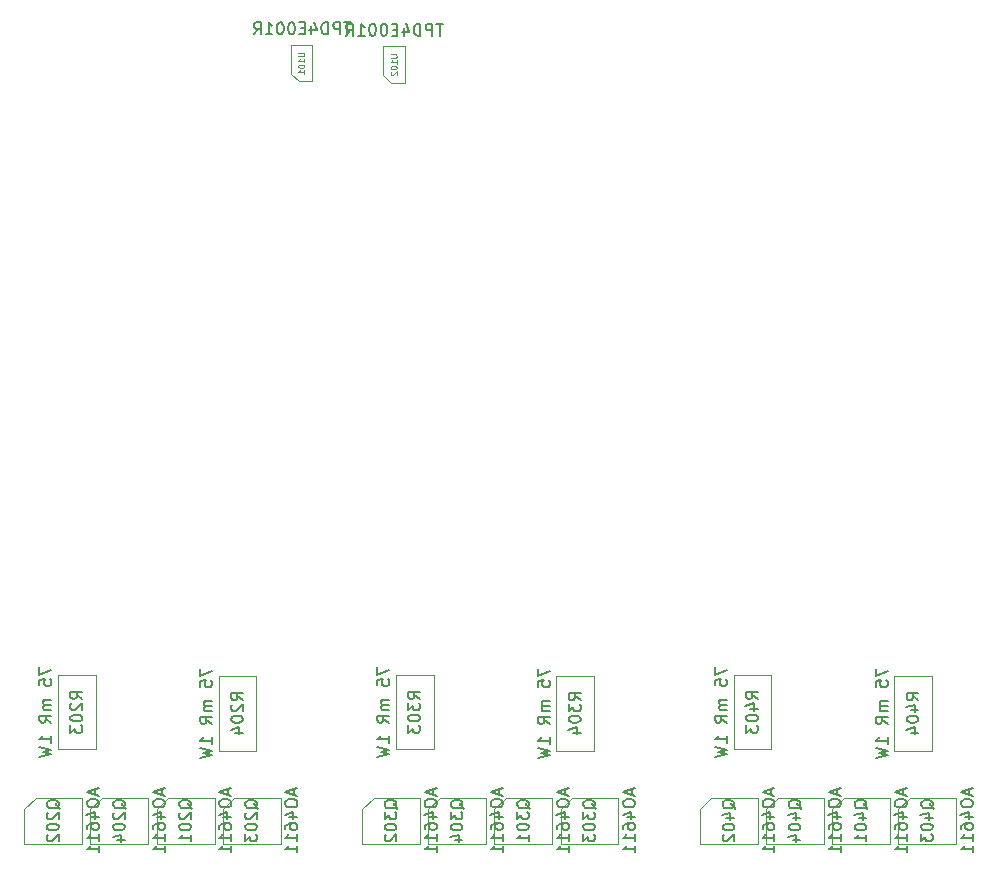
<source format=gbr>
G04 #@! TF.GenerationSoftware,KiCad,Pcbnew,5.1.9*
G04 #@! TF.CreationDate,2021-04-11T15:07:21-04:00*
G04 #@! TF.ProjectId,cnc-controller,636e632d-636f-46e7-9472-6f6c6c65722e,rev?*
G04 #@! TF.SameCoordinates,Original*
G04 #@! TF.FileFunction,Other,Fab,Bot*
%FSLAX46Y46*%
G04 Gerber Fmt 4.6, Leading zero omitted, Abs format (unit mm)*
G04 Created by KiCad (PCBNEW 5.1.9) date 2021-04-11 15:07:21*
%MOMM*%
%LPD*%
G01*
G04 APERTURE LIST*
%ADD10C,0.100000*%
%ADD11C,0.150000*%
%ADD12C,0.075000*%
G04 APERTURE END LIST*
D10*
X96800000Y-103350000D02*
X96800000Y-109650000D01*
X100000000Y-103350000D02*
X96800000Y-103350000D01*
X100000000Y-109650000D02*
X100000000Y-103350000D01*
X96800000Y-109650000D02*
X100000000Y-109650000D01*
X68200000Y-103350000D02*
X68200000Y-109650000D01*
X71400000Y-103350000D02*
X68200000Y-103350000D01*
X71400000Y-109650000D02*
X71400000Y-103350000D01*
X68200000Y-109650000D02*
X71400000Y-109650000D01*
X83200000Y-103250000D02*
X83200000Y-109550000D01*
X86400000Y-103250000D02*
X83200000Y-103250000D01*
X86400000Y-109550000D02*
X86400000Y-103250000D01*
X83200000Y-109550000D02*
X86400000Y-109550000D01*
X54600000Y-103250000D02*
X54600000Y-109550000D01*
X57800000Y-103250000D02*
X54600000Y-103250000D01*
X57800000Y-109550000D02*
X57800000Y-103250000D01*
X54600000Y-109550000D02*
X57800000Y-109550000D01*
X26000000Y-103250000D02*
X26000000Y-109550000D01*
X29200000Y-103250000D02*
X26000000Y-103250000D01*
X29200000Y-109550000D02*
X29200000Y-103250000D01*
X26000000Y-109550000D02*
X29200000Y-109550000D01*
X39600000Y-103350000D02*
X39600000Y-109650000D01*
X42800000Y-103350000D02*
X39600000Y-103350000D01*
X42800000Y-109650000D02*
X42800000Y-103350000D01*
X39600000Y-109650000D02*
X42800000Y-109650000D01*
X55350000Y-53125000D02*
X55350000Y-50025000D01*
X55350000Y-50025000D02*
X53550000Y-50025000D01*
X53550000Y-52475000D02*
X53550000Y-50025000D01*
X55350000Y-53125000D02*
X54200000Y-53125000D01*
X53550000Y-52475000D02*
X54200000Y-53125000D01*
X47525000Y-53000000D02*
X47525000Y-49900000D01*
X47525000Y-49900000D02*
X45725000Y-49900000D01*
X45725000Y-52350000D02*
X45725000Y-49900000D01*
X47525000Y-53000000D02*
X46375000Y-53000000D01*
X45725000Y-52350000D02*
X46375000Y-53000000D01*
X86925000Y-113650000D02*
X85950000Y-114625000D01*
X90850000Y-113650000D02*
X86925000Y-113650000D01*
X90850000Y-117550000D02*
X90850000Y-113650000D01*
X85950000Y-117550000D02*
X90850000Y-117550000D01*
X85950000Y-114625000D02*
X85950000Y-117550000D01*
X98125000Y-113650000D02*
X97150000Y-114625000D01*
X102050000Y-113650000D02*
X98125000Y-113650000D01*
X102050000Y-117550000D02*
X102050000Y-113650000D01*
X97150000Y-117550000D02*
X102050000Y-117550000D01*
X97150000Y-114625000D02*
X97150000Y-117550000D01*
X81325000Y-113650000D02*
X80350000Y-114625000D01*
X85250000Y-113650000D02*
X81325000Y-113650000D01*
X85250000Y-117550000D02*
X85250000Y-113650000D01*
X80350000Y-117550000D02*
X85250000Y-117550000D01*
X80350000Y-114625000D02*
X80350000Y-117550000D01*
X92525000Y-113650000D02*
X91550000Y-114625000D01*
X96450000Y-113650000D02*
X92525000Y-113650000D01*
X96450000Y-117550000D02*
X96450000Y-113650000D01*
X91550000Y-117550000D02*
X96450000Y-117550000D01*
X91550000Y-114625000D02*
X91550000Y-117550000D01*
X58325000Y-113650000D02*
X57350000Y-114625000D01*
X62250000Y-113650000D02*
X58325000Y-113650000D01*
X62250000Y-117550000D02*
X62250000Y-113650000D01*
X57350000Y-117550000D02*
X62250000Y-117550000D01*
X57350000Y-114625000D02*
X57350000Y-117550000D01*
X69525000Y-113650000D02*
X68550000Y-114625000D01*
X73450000Y-113650000D02*
X69525000Y-113650000D01*
X73450000Y-117550000D02*
X73450000Y-113650000D01*
X68550000Y-117550000D02*
X73450000Y-117550000D01*
X68550000Y-114625000D02*
X68550000Y-117550000D01*
X52725000Y-113650000D02*
X51750000Y-114625000D01*
X56650000Y-113650000D02*
X52725000Y-113650000D01*
X56650000Y-117550000D02*
X56650000Y-113650000D01*
X51750000Y-117550000D02*
X56650000Y-117550000D01*
X51750000Y-114625000D02*
X51750000Y-117550000D01*
X63925000Y-113650000D02*
X62950000Y-114625000D01*
X67850000Y-113650000D02*
X63925000Y-113650000D01*
X67850000Y-117550000D02*
X67850000Y-113650000D01*
X62950000Y-117550000D02*
X67850000Y-117550000D01*
X62950000Y-114625000D02*
X62950000Y-117550000D01*
X29725000Y-113650000D02*
X28750000Y-114625000D01*
X33650000Y-113650000D02*
X29725000Y-113650000D01*
X33650000Y-117550000D02*
X33650000Y-113650000D01*
X28750000Y-117550000D02*
X33650000Y-117550000D01*
X28750000Y-114625000D02*
X28750000Y-117550000D01*
X40925000Y-113650000D02*
X39950000Y-114625000D01*
X44850000Y-113650000D02*
X40925000Y-113650000D01*
X44850000Y-117550000D02*
X44850000Y-113650000D01*
X39950000Y-117550000D02*
X44850000Y-117550000D01*
X39950000Y-114625000D02*
X39950000Y-117550000D01*
X24125000Y-113650000D02*
X23150000Y-114625000D01*
X28050000Y-113650000D02*
X24125000Y-113650000D01*
X28050000Y-117550000D02*
X28050000Y-113650000D01*
X23150000Y-117550000D02*
X28050000Y-117550000D01*
X23150000Y-114625000D02*
X23150000Y-117550000D01*
X35325000Y-113650000D02*
X34350000Y-114625000D01*
X39250000Y-113650000D02*
X35325000Y-113650000D01*
X39250000Y-117550000D02*
X39250000Y-113650000D01*
X34350000Y-117550000D02*
X39250000Y-117550000D01*
X34350000Y-114625000D02*
X34350000Y-117550000D01*
D11*
X95232380Y-102714285D02*
X95232380Y-103380952D01*
X96232380Y-102952380D01*
X95232380Y-104238095D02*
X95232380Y-103761904D01*
X95708571Y-103714285D01*
X95660952Y-103761904D01*
X95613333Y-103857142D01*
X95613333Y-104095238D01*
X95660952Y-104190476D01*
X95708571Y-104238095D01*
X95803809Y-104285714D01*
X96041904Y-104285714D01*
X96137142Y-104238095D01*
X96184761Y-104190476D01*
X96232380Y-104095238D01*
X96232380Y-103857142D01*
X96184761Y-103761904D01*
X96137142Y-103714285D01*
X96232380Y-105476190D02*
X95565714Y-105476190D01*
X95660952Y-105476190D02*
X95613333Y-105523809D01*
X95565714Y-105619047D01*
X95565714Y-105761904D01*
X95613333Y-105857142D01*
X95708571Y-105904761D01*
X96232380Y-105904761D01*
X95708571Y-105904761D02*
X95613333Y-105952380D01*
X95565714Y-106047619D01*
X95565714Y-106190476D01*
X95613333Y-106285714D01*
X95708571Y-106333333D01*
X96232380Y-106333333D01*
X96232380Y-107380952D02*
X95756190Y-107047619D01*
X96232380Y-106809523D02*
X95232380Y-106809523D01*
X95232380Y-107190476D01*
X95280000Y-107285714D01*
X95327619Y-107333333D01*
X95422857Y-107380952D01*
X95565714Y-107380952D01*
X95660952Y-107333333D01*
X95708571Y-107285714D01*
X95756190Y-107190476D01*
X95756190Y-106809523D01*
X96232380Y-109095238D02*
X96232380Y-108523809D01*
X96232380Y-108809523D02*
X95232380Y-108809523D01*
X95375238Y-108714285D01*
X95470476Y-108619047D01*
X95518095Y-108523809D01*
X95232380Y-109428571D02*
X96232380Y-109666666D01*
X95518095Y-109857142D01*
X96232380Y-110047619D01*
X95232380Y-110285714D01*
X98852380Y-105380952D02*
X98376190Y-105047619D01*
X98852380Y-104809523D02*
X97852380Y-104809523D01*
X97852380Y-105190476D01*
X97900000Y-105285714D01*
X97947619Y-105333333D01*
X98042857Y-105380952D01*
X98185714Y-105380952D01*
X98280952Y-105333333D01*
X98328571Y-105285714D01*
X98376190Y-105190476D01*
X98376190Y-104809523D01*
X98185714Y-106238095D02*
X98852380Y-106238095D01*
X97804761Y-106000000D02*
X98519047Y-105761904D01*
X98519047Y-106380952D01*
X97852380Y-106952380D02*
X97852380Y-107047619D01*
X97900000Y-107142857D01*
X97947619Y-107190476D01*
X98042857Y-107238095D01*
X98233333Y-107285714D01*
X98471428Y-107285714D01*
X98661904Y-107238095D01*
X98757142Y-107190476D01*
X98804761Y-107142857D01*
X98852380Y-107047619D01*
X98852380Y-106952380D01*
X98804761Y-106857142D01*
X98757142Y-106809523D01*
X98661904Y-106761904D01*
X98471428Y-106714285D01*
X98233333Y-106714285D01*
X98042857Y-106761904D01*
X97947619Y-106809523D01*
X97900000Y-106857142D01*
X97852380Y-106952380D01*
X98185714Y-108142857D02*
X98852380Y-108142857D01*
X97804761Y-107904761D02*
X98519047Y-107666666D01*
X98519047Y-108285714D01*
X66632380Y-102714285D02*
X66632380Y-103380952D01*
X67632380Y-102952380D01*
X66632380Y-104238095D02*
X66632380Y-103761904D01*
X67108571Y-103714285D01*
X67060952Y-103761904D01*
X67013333Y-103857142D01*
X67013333Y-104095238D01*
X67060952Y-104190476D01*
X67108571Y-104238095D01*
X67203809Y-104285714D01*
X67441904Y-104285714D01*
X67537142Y-104238095D01*
X67584761Y-104190476D01*
X67632380Y-104095238D01*
X67632380Y-103857142D01*
X67584761Y-103761904D01*
X67537142Y-103714285D01*
X67632380Y-105476190D02*
X66965714Y-105476190D01*
X67060952Y-105476190D02*
X67013333Y-105523809D01*
X66965714Y-105619047D01*
X66965714Y-105761904D01*
X67013333Y-105857142D01*
X67108571Y-105904761D01*
X67632380Y-105904761D01*
X67108571Y-105904761D02*
X67013333Y-105952380D01*
X66965714Y-106047619D01*
X66965714Y-106190476D01*
X67013333Y-106285714D01*
X67108571Y-106333333D01*
X67632380Y-106333333D01*
X67632380Y-107380952D02*
X67156190Y-107047619D01*
X67632380Y-106809523D02*
X66632380Y-106809523D01*
X66632380Y-107190476D01*
X66680000Y-107285714D01*
X66727619Y-107333333D01*
X66822857Y-107380952D01*
X66965714Y-107380952D01*
X67060952Y-107333333D01*
X67108571Y-107285714D01*
X67156190Y-107190476D01*
X67156190Y-106809523D01*
X67632380Y-109095238D02*
X67632380Y-108523809D01*
X67632380Y-108809523D02*
X66632380Y-108809523D01*
X66775238Y-108714285D01*
X66870476Y-108619047D01*
X66918095Y-108523809D01*
X66632380Y-109428571D02*
X67632380Y-109666666D01*
X66918095Y-109857142D01*
X67632380Y-110047619D01*
X66632380Y-110285714D01*
X70252380Y-105380952D02*
X69776190Y-105047619D01*
X70252380Y-104809523D02*
X69252380Y-104809523D01*
X69252380Y-105190476D01*
X69300000Y-105285714D01*
X69347619Y-105333333D01*
X69442857Y-105380952D01*
X69585714Y-105380952D01*
X69680952Y-105333333D01*
X69728571Y-105285714D01*
X69776190Y-105190476D01*
X69776190Y-104809523D01*
X69252380Y-105714285D02*
X69252380Y-106333333D01*
X69633333Y-106000000D01*
X69633333Y-106142857D01*
X69680952Y-106238095D01*
X69728571Y-106285714D01*
X69823809Y-106333333D01*
X70061904Y-106333333D01*
X70157142Y-106285714D01*
X70204761Y-106238095D01*
X70252380Y-106142857D01*
X70252380Y-105857142D01*
X70204761Y-105761904D01*
X70157142Y-105714285D01*
X69252380Y-106952380D02*
X69252380Y-107047619D01*
X69300000Y-107142857D01*
X69347619Y-107190476D01*
X69442857Y-107238095D01*
X69633333Y-107285714D01*
X69871428Y-107285714D01*
X70061904Y-107238095D01*
X70157142Y-107190476D01*
X70204761Y-107142857D01*
X70252380Y-107047619D01*
X70252380Y-106952380D01*
X70204761Y-106857142D01*
X70157142Y-106809523D01*
X70061904Y-106761904D01*
X69871428Y-106714285D01*
X69633333Y-106714285D01*
X69442857Y-106761904D01*
X69347619Y-106809523D01*
X69300000Y-106857142D01*
X69252380Y-106952380D01*
X69585714Y-108142857D02*
X70252380Y-108142857D01*
X69204761Y-107904761D02*
X69919047Y-107666666D01*
X69919047Y-108285714D01*
X81632380Y-102614285D02*
X81632380Y-103280952D01*
X82632380Y-102852380D01*
X81632380Y-104138095D02*
X81632380Y-103661904D01*
X82108571Y-103614285D01*
X82060952Y-103661904D01*
X82013333Y-103757142D01*
X82013333Y-103995238D01*
X82060952Y-104090476D01*
X82108571Y-104138095D01*
X82203809Y-104185714D01*
X82441904Y-104185714D01*
X82537142Y-104138095D01*
X82584761Y-104090476D01*
X82632380Y-103995238D01*
X82632380Y-103757142D01*
X82584761Y-103661904D01*
X82537142Y-103614285D01*
X82632380Y-105376190D02*
X81965714Y-105376190D01*
X82060952Y-105376190D02*
X82013333Y-105423809D01*
X81965714Y-105519047D01*
X81965714Y-105661904D01*
X82013333Y-105757142D01*
X82108571Y-105804761D01*
X82632380Y-105804761D01*
X82108571Y-105804761D02*
X82013333Y-105852380D01*
X81965714Y-105947619D01*
X81965714Y-106090476D01*
X82013333Y-106185714D01*
X82108571Y-106233333D01*
X82632380Y-106233333D01*
X82632380Y-107280952D02*
X82156190Y-106947619D01*
X82632380Y-106709523D02*
X81632380Y-106709523D01*
X81632380Y-107090476D01*
X81680000Y-107185714D01*
X81727619Y-107233333D01*
X81822857Y-107280952D01*
X81965714Y-107280952D01*
X82060952Y-107233333D01*
X82108571Y-107185714D01*
X82156190Y-107090476D01*
X82156190Y-106709523D01*
X82632380Y-108995238D02*
X82632380Y-108423809D01*
X82632380Y-108709523D02*
X81632380Y-108709523D01*
X81775238Y-108614285D01*
X81870476Y-108519047D01*
X81918095Y-108423809D01*
X81632380Y-109328571D02*
X82632380Y-109566666D01*
X81918095Y-109757142D01*
X82632380Y-109947619D01*
X81632380Y-110185714D01*
X85252380Y-105280952D02*
X84776190Y-104947619D01*
X85252380Y-104709523D02*
X84252380Y-104709523D01*
X84252380Y-105090476D01*
X84300000Y-105185714D01*
X84347619Y-105233333D01*
X84442857Y-105280952D01*
X84585714Y-105280952D01*
X84680952Y-105233333D01*
X84728571Y-105185714D01*
X84776190Y-105090476D01*
X84776190Y-104709523D01*
X84585714Y-106138095D02*
X85252380Y-106138095D01*
X84204761Y-105900000D02*
X84919047Y-105661904D01*
X84919047Y-106280952D01*
X84252380Y-106852380D02*
X84252380Y-106947619D01*
X84300000Y-107042857D01*
X84347619Y-107090476D01*
X84442857Y-107138095D01*
X84633333Y-107185714D01*
X84871428Y-107185714D01*
X85061904Y-107138095D01*
X85157142Y-107090476D01*
X85204761Y-107042857D01*
X85252380Y-106947619D01*
X85252380Y-106852380D01*
X85204761Y-106757142D01*
X85157142Y-106709523D01*
X85061904Y-106661904D01*
X84871428Y-106614285D01*
X84633333Y-106614285D01*
X84442857Y-106661904D01*
X84347619Y-106709523D01*
X84300000Y-106757142D01*
X84252380Y-106852380D01*
X84252380Y-107519047D02*
X84252380Y-108138095D01*
X84633333Y-107804761D01*
X84633333Y-107947619D01*
X84680952Y-108042857D01*
X84728571Y-108090476D01*
X84823809Y-108138095D01*
X85061904Y-108138095D01*
X85157142Y-108090476D01*
X85204761Y-108042857D01*
X85252380Y-107947619D01*
X85252380Y-107661904D01*
X85204761Y-107566666D01*
X85157142Y-107519047D01*
X53032380Y-102614285D02*
X53032380Y-103280952D01*
X54032380Y-102852380D01*
X53032380Y-104138095D02*
X53032380Y-103661904D01*
X53508571Y-103614285D01*
X53460952Y-103661904D01*
X53413333Y-103757142D01*
X53413333Y-103995238D01*
X53460952Y-104090476D01*
X53508571Y-104138095D01*
X53603809Y-104185714D01*
X53841904Y-104185714D01*
X53937142Y-104138095D01*
X53984761Y-104090476D01*
X54032380Y-103995238D01*
X54032380Y-103757142D01*
X53984761Y-103661904D01*
X53937142Y-103614285D01*
X54032380Y-105376190D02*
X53365714Y-105376190D01*
X53460952Y-105376190D02*
X53413333Y-105423809D01*
X53365714Y-105519047D01*
X53365714Y-105661904D01*
X53413333Y-105757142D01*
X53508571Y-105804761D01*
X54032380Y-105804761D01*
X53508571Y-105804761D02*
X53413333Y-105852380D01*
X53365714Y-105947619D01*
X53365714Y-106090476D01*
X53413333Y-106185714D01*
X53508571Y-106233333D01*
X54032380Y-106233333D01*
X54032380Y-107280952D02*
X53556190Y-106947619D01*
X54032380Y-106709523D02*
X53032380Y-106709523D01*
X53032380Y-107090476D01*
X53080000Y-107185714D01*
X53127619Y-107233333D01*
X53222857Y-107280952D01*
X53365714Y-107280952D01*
X53460952Y-107233333D01*
X53508571Y-107185714D01*
X53556190Y-107090476D01*
X53556190Y-106709523D01*
X54032380Y-108995238D02*
X54032380Y-108423809D01*
X54032380Y-108709523D02*
X53032380Y-108709523D01*
X53175238Y-108614285D01*
X53270476Y-108519047D01*
X53318095Y-108423809D01*
X53032380Y-109328571D02*
X54032380Y-109566666D01*
X53318095Y-109757142D01*
X54032380Y-109947619D01*
X53032380Y-110185714D01*
X56652380Y-105280952D02*
X56176190Y-104947619D01*
X56652380Y-104709523D02*
X55652380Y-104709523D01*
X55652380Y-105090476D01*
X55700000Y-105185714D01*
X55747619Y-105233333D01*
X55842857Y-105280952D01*
X55985714Y-105280952D01*
X56080952Y-105233333D01*
X56128571Y-105185714D01*
X56176190Y-105090476D01*
X56176190Y-104709523D01*
X55652380Y-105614285D02*
X55652380Y-106233333D01*
X56033333Y-105900000D01*
X56033333Y-106042857D01*
X56080952Y-106138095D01*
X56128571Y-106185714D01*
X56223809Y-106233333D01*
X56461904Y-106233333D01*
X56557142Y-106185714D01*
X56604761Y-106138095D01*
X56652380Y-106042857D01*
X56652380Y-105757142D01*
X56604761Y-105661904D01*
X56557142Y-105614285D01*
X55652380Y-106852380D02*
X55652380Y-106947619D01*
X55700000Y-107042857D01*
X55747619Y-107090476D01*
X55842857Y-107138095D01*
X56033333Y-107185714D01*
X56271428Y-107185714D01*
X56461904Y-107138095D01*
X56557142Y-107090476D01*
X56604761Y-107042857D01*
X56652380Y-106947619D01*
X56652380Y-106852380D01*
X56604761Y-106757142D01*
X56557142Y-106709523D01*
X56461904Y-106661904D01*
X56271428Y-106614285D01*
X56033333Y-106614285D01*
X55842857Y-106661904D01*
X55747619Y-106709523D01*
X55700000Y-106757142D01*
X55652380Y-106852380D01*
X55652380Y-107519047D02*
X55652380Y-108138095D01*
X56033333Y-107804761D01*
X56033333Y-107947619D01*
X56080952Y-108042857D01*
X56128571Y-108090476D01*
X56223809Y-108138095D01*
X56461904Y-108138095D01*
X56557142Y-108090476D01*
X56604761Y-108042857D01*
X56652380Y-107947619D01*
X56652380Y-107661904D01*
X56604761Y-107566666D01*
X56557142Y-107519047D01*
X24432380Y-102614285D02*
X24432380Y-103280952D01*
X25432380Y-102852380D01*
X24432380Y-104138095D02*
X24432380Y-103661904D01*
X24908571Y-103614285D01*
X24860952Y-103661904D01*
X24813333Y-103757142D01*
X24813333Y-103995238D01*
X24860952Y-104090476D01*
X24908571Y-104138095D01*
X25003809Y-104185714D01*
X25241904Y-104185714D01*
X25337142Y-104138095D01*
X25384761Y-104090476D01*
X25432380Y-103995238D01*
X25432380Y-103757142D01*
X25384761Y-103661904D01*
X25337142Y-103614285D01*
X25432380Y-105376190D02*
X24765714Y-105376190D01*
X24860952Y-105376190D02*
X24813333Y-105423809D01*
X24765714Y-105519047D01*
X24765714Y-105661904D01*
X24813333Y-105757142D01*
X24908571Y-105804761D01*
X25432380Y-105804761D01*
X24908571Y-105804761D02*
X24813333Y-105852380D01*
X24765714Y-105947619D01*
X24765714Y-106090476D01*
X24813333Y-106185714D01*
X24908571Y-106233333D01*
X25432380Y-106233333D01*
X25432380Y-107280952D02*
X24956190Y-106947619D01*
X25432380Y-106709523D02*
X24432380Y-106709523D01*
X24432380Y-107090476D01*
X24480000Y-107185714D01*
X24527619Y-107233333D01*
X24622857Y-107280952D01*
X24765714Y-107280952D01*
X24860952Y-107233333D01*
X24908571Y-107185714D01*
X24956190Y-107090476D01*
X24956190Y-106709523D01*
X25432380Y-108995238D02*
X25432380Y-108423809D01*
X25432380Y-108709523D02*
X24432380Y-108709523D01*
X24575238Y-108614285D01*
X24670476Y-108519047D01*
X24718095Y-108423809D01*
X24432380Y-109328571D02*
X25432380Y-109566666D01*
X24718095Y-109757142D01*
X25432380Y-109947619D01*
X24432380Y-110185714D01*
X28052380Y-105280952D02*
X27576190Y-104947619D01*
X28052380Y-104709523D02*
X27052380Y-104709523D01*
X27052380Y-105090476D01*
X27100000Y-105185714D01*
X27147619Y-105233333D01*
X27242857Y-105280952D01*
X27385714Y-105280952D01*
X27480952Y-105233333D01*
X27528571Y-105185714D01*
X27576190Y-105090476D01*
X27576190Y-104709523D01*
X27147619Y-105661904D02*
X27100000Y-105709523D01*
X27052380Y-105804761D01*
X27052380Y-106042857D01*
X27100000Y-106138095D01*
X27147619Y-106185714D01*
X27242857Y-106233333D01*
X27338095Y-106233333D01*
X27480952Y-106185714D01*
X28052380Y-105614285D01*
X28052380Y-106233333D01*
X27052380Y-106852380D02*
X27052380Y-106947619D01*
X27100000Y-107042857D01*
X27147619Y-107090476D01*
X27242857Y-107138095D01*
X27433333Y-107185714D01*
X27671428Y-107185714D01*
X27861904Y-107138095D01*
X27957142Y-107090476D01*
X28004761Y-107042857D01*
X28052380Y-106947619D01*
X28052380Y-106852380D01*
X28004761Y-106757142D01*
X27957142Y-106709523D01*
X27861904Y-106661904D01*
X27671428Y-106614285D01*
X27433333Y-106614285D01*
X27242857Y-106661904D01*
X27147619Y-106709523D01*
X27100000Y-106757142D01*
X27052380Y-106852380D01*
X27052380Y-107519047D02*
X27052380Y-108138095D01*
X27433333Y-107804761D01*
X27433333Y-107947619D01*
X27480952Y-108042857D01*
X27528571Y-108090476D01*
X27623809Y-108138095D01*
X27861904Y-108138095D01*
X27957142Y-108090476D01*
X28004761Y-108042857D01*
X28052380Y-107947619D01*
X28052380Y-107661904D01*
X28004761Y-107566666D01*
X27957142Y-107519047D01*
X38032380Y-102714285D02*
X38032380Y-103380952D01*
X39032380Y-102952380D01*
X38032380Y-104238095D02*
X38032380Y-103761904D01*
X38508571Y-103714285D01*
X38460952Y-103761904D01*
X38413333Y-103857142D01*
X38413333Y-104095238D01*
X38460952Y-104190476D01*
X38508571Y-104238095D01*
X38603809Y-104285714D01*
X38841904Y-104285714D01*
X38937142Y-104238095D01*
X38984761Y-104190476D01*
X39032380Y-104095238D01*
X39032380Y-103857142D01*
X38984761Y-103761904D01*
X38937142Y-103714285D01*
X39032380Y-105476190D02*
X38365714Y-105476190D01*
X38460952Y-105476190D02*
X38413333Y-105523809D01*
X38365714Y-105619047D01*
X38365714Y-105761904D01*
X38413333Y-105857142D01*
X38508571Y-105904761D01*
X39032380Y-105904761D01*
X38508571Y-105904761D02*
X38413333Y-105952380D01*
X38365714Y-106047619D01*
X38365714Y-106190476D01*
X38413333Y-106285714D01*
X38508571Y-106333333D01*
X39032380Y-106333333D01*
X39032380Y-107380952D02*
X38556190Y-107047619D01*
X39032380Y-106809523D02*
X38032380Y-106809523D01*
X38032380Y-107190476D01*
X38080000Y-107285714D01*
X38127619Y-107333333D01*
X38222857Y-107380952D01*
X38365714Y-107380952D01*
X38460952Y-107333333D01*
X38508571Y-107285714D01*
X38556190Y-107190476D01*
X38556190Y-106809523D01*
X39032380Y-109095238D02*
X39032380Y-108523809D01*
X39032380Y-108809523D02*
X38032380Y-108809523D01*
X38175238Y-108714285D01*
X38270476Y-108619047D01*
X38318095Y-108523809D01*
X38032380Y-109428571D02*
X39032380Y-109666666D01*
X38318095Y-109857142D01*
X39032380Y-110047619D01*
X38032380Y-110285714D01*
X41652380Y-105380952D02*
X41176190Y-105047619D01*
X41652380Y-104809523D02*
X40652380Y-104809523D01*
X40652380Y-105190476D01*
X40700000Y-105285714D01*
X40747619Y-105333333D01*
X40842857Y-105380952D01*
X40985714Y-105380952D01*
X41080952Y-105333333D01*
X41128571Y-105285714D01*
X41176190Y-105190476D01*
X41176190Y-104809523D01*
X40747619Y-105761904D02*
X40700000Y-105809523D01*
X40652380Y-105904761D01*
X40652380Y-106142857D01*
X40700000Y-106238095D01*
X40747619Y-106285714D01*
X40842857Y-106333333D01*
X40938095Y-106333333D01*
X41080952Y-106285714D01*
X41652380Y-105714285D01*
X41652380Y-106333333D01*
X40652380Y-106952380D02*
X40652380Y-107047619D01*
X40700000Y-107142857D01*
X40747619Y-107190476D01*
X40842857Y-107238095D01*
X41033333Y-107285714D01*
X41271428Y-107285714D01*
X41461904Y-107238095D01*
X41557142Y-107190476D01*
X41604761Y-107142857D01*
X41652380Y-107047619D01*
X41652380Y-106952380D01*
X41604761Y-106857142D01*
X41557142Y-106809523D01*
X41461904Y-106761904D01*
X41271428Y-106714285D01*
X41033333Y-106714285D01*
X40842857Y-106761904D01*
X40747619Y-106809523D01*
X40700000Y-106857142D01*
X40652380Y-106952380D01*
X40985714Y-108142857D02*
X41652380Y-108142857D01*
X40604761Y-107904761D02*
X41319047Y-107666666D01*
X41319047Y-108285714D01*
X58592857Y-48127380D02*
X58021428Y-48127380D01*
X58307142Y-49127380D02*
X58307142Y-48127380D01*
X57688095Y-49127380D02*
X57688095Y-48127380D01*
X57307142Y-48127380D01*
X57211904Y-48175000D01*
X57164285Y-48222619D01*
X57116666Y-48317857D01*
X57116666Y-48460714D01*
X57164285Y-48555952D01*
X57211904Y-48603571D01*
X57307142Y-48651190D01*
X57688095Y-48651190D01*
X56688095Y-49127380D02*
X56688095Y-48127380D01*
X56450000Y-48127380D01*
X56307142Y-48175000D01*
X56211904Y-48270238D01*
X56164285Y-48365476D01*
X56116666Y-48555952D01*
X56116666Y-48698809D01*
X56164285Y-48889285D01*
X56211904Y-48984523D01*
X56307142Y-49079761D01*
X56450000Y-49127380D01*
X56688095Y-49127380D01*
X55259523Y-48460714D02*
X55259523Y-49127380D01*
X55497619Y-48079761D02*
X55735714Y-48794047D01*
X55116666Y-48794047D01*
X54735714Y-48603571D02*
X54402380Y-48603571D01*
X54259523Y-49127380D02*
X54735714Y-49127380D01*
X54735714Y-48127380D01*
X54259523Y-48127380D01*
X53640476Y-48127380D02*
X53545238Y-48127380D01*
X53450000Y-48175000D01*
X53402380Y-48222619D01*
X53354761Y-48317857D01*
X53307142Y-48508333D01*
X53307142Y-48746428D01*
X53354761Y-48936904D01*
X53402380Y-49032142D01*
X53450000Y-49079761D01*
X53545238Y-49127380D01*
X53640476Y-49127380D01*
X53735714Y-49079761D01*
X53783333Y-49032142D01*
X53830952Y-48936904D01*
X53878571Y-48746428D01*
X53878571Y-48508333D01*
X53830952Y-48317857D01*
X53783333Y-48222619D01*
X53735714Y-48175000D01*
X53640476Y-48127380D01*
X52688095Y-48127380D02*
X52592857Y-48127380D01*
X52497619Y-48175000D01*
X52450000Y-48222619D01*
X52402380Y-48317857D01*
X52354761Y-48508333D01*
X52354761Y-48746428D01*
X52402380Y-48936904D01*
X52450000Y-49032142D01*
X52497619Y-49079761D01*
X52592857Y-49127380D01*
X52688095Y-49127380D01*
X52783333Y-49079761D01*
X52830952Y-49032142D01*
X52878571Y-48936904D01*
X52926190Y-48746428D01*
X52926190Y-48508333D01*
X52878571Y-48317857D01*
X52830952Y-48222619D01*
X52783333Y-48175000D01*
X52688095Y-48127380D01*
X51402380Y-49127380D02*
X51973809Y-49127380D01*
X51688095Y-49127380D02*
X51688095Y-48127380D01*
X51783333Y-48270238D01*
X51878571Y-48365476D01*
X51973809Y-48413095D01*
X50402380Y-49127380D02*
X50735714Y-48651190D01*
X50973809Y-49127380D02*
X50973809Y-48127380D01*
X50592857Y-48127380D01*
X50497619Y-48175000D01*
X50450000Y-48222619D01*
X50402380Y-48317857D01*
X50402380Y-48460714D01*
X50450000Y-48555952D01*
X50497619Y-48603571D01*
X50592857Y-48651190D01*
X50973809Y-48651190D01*
D12*
X54176190Y-50717857D02*
X54580952Y-50717857D01*
X54628571Y-50741666D01*
X54652380Y-50765476D01*
X54676190Y-50813095D01*
X54676190Y-50908333D01*
X54652380Y-50955952D01*
X54628571Y-50979761D01*
X54580952Y-51003571D01*
X54176190Y-51003571D01*
X54676190Y-51503571D02*
X54676190Y-51217857D01*
X54676190Y-51360714D02*
X54176190Y-51360714D01*
X54247619Y-51313095D01*
X54295238Y-51265476D01*
X54319047Y-51217857D01*
X54176190Y-51813095D02*
X54176190Y-51860714D01*
X54200000Y-51908333D01*
X54223809Y-51932142D01*
X54271428Y-51955952D01*
X54366666Y-51979761D01*
X54485714Y-51979761D01*
X54580952Y-51955952D01*
X54628571Y-51932142D01*
X54652380Y-51908333D01*
X54676190Y-51860714D01*
X54676190Y-51813095D01*
X54652380Y-51765476D01*
X54628571Y-51741666D01*
X54580952Y-51717857D01*
X54485714Y-51694047D01*
X54366666Y-51694047D01*
X54271428Y-51717857D01*
X54223809Y-51741666D01*
X54200000Y-51765476D01*
X54176190Y-51813095D01*
X54223809Y-52170238D02*
X54200000Y-52194047D01*
X54176190Y-52241666D01*
X54176190Y-52360714D01*
X54200000Y-52408333D01*
X54223809Y-52432142D01*
X54271428Y-52455952D01*
X54319047Y-52455952D01*
X54390476Y-52432142D01*
X54676190Y-52146428D01*
X54676190Y-52455952D01*
D11*
X50767857Y-48002380D02*
X50196428Y-48002380D01*
X50482142Y-49002380D02*
X50482142Y-48002380D01*
X49863095Y-49002380D02*
X49863095Y-48002380D01*
X49482142Y-48002380D01*
X49386904Y-48050000D01*
X49339285Y-48097619D01*
X49291666Y-48192857D01*
X49291666Y-48335714D01*
X49339285Y-48430952D01*
X49386904Y-48478571D01*
X49482142Y-48526190D01*
X49863095Y-48526190D01*
X48863095Y-49002380D02*
X48863095Y-48002380D01*
X48625000Y-48002380D01*
X48482142Y-48050000D01*
X48386904Y-48145238D01*
X48339285Y-48240476D01*
X48291666Y-48430952D01*
X48291666Y-48573809D01*
X48339285Y-48764285D01*
X48386904Y-48859523D01*
X48482142Y-48954761D01*
X48625000Y-49002380D01*
X48863095Y-49002380D01*
X47434523Y-48335714D02*
X47434523Y-49002380D01*
X47672619Y-47954761D02*
X47910714Y-48669047D01*
X47291666Y-48669047D01*
X46910714Y-48478571D02*
X46577380Y-48478571D01*
X46434523Y-49002380D02*
X46910714Y-49002380D01*
X46910714Y-48002380D01*
X46434523Y-48002380D01*
X45815476Y-48002380D02*
X45720238Y-48002380D01*
X45625000Y-48050000D01*
X45577380Y-48097619D01*
X45529761Y-48192857D01*
X45482142Y-48383333D01*
X45482142Y-48621428D01*
X45529761Y-48811904D01*
X45577380Y-48907142D01*
X45625000Y-48954761D01*
X45720238Y-49002380D01*
X45815476Y-49002380D01*
X45910714Y-48954761D01*
X45958333Y-48907142D01*
X46005952Y-48811904D01*
X46053571Y-48621428D01*
X46053571Y-48383333D01*
X46005952Y-48192857D01*
X45958333Y-48097619D01*
X45910714Y-48050000D01*
X45815476Y-48002380D01*
X44863095Y-48002380D02*
X44767857Y-48002380D01*
X44672619Y-48050000D01*
X44625000Y-48097619D01*
X44577380Y-48192857D01*
X44529761Y-48383333D01*
X44529761Y-48621428D01*
X44577380Y-48811904D01*
X44625000Y-48907142D01*
X44672619Y-48954761D01*
X44767857Y-49002380D01*
X44863095Y-49002380D01*
X44958333Y-48954761D01*
X45005952Y-48907142D01*
X45053571Y-48811904D01*
X45101190Y-48621428D01*
X45101190Y-48383333D01*
X45053571Y-48192857D01*
X45005952Y-48097619D01*
X44958333Y-48050000D01*
X44863095Y-48002380D01*
X43577380Y-49002380D02*
X44148809Y-49002380D01*
X43863095Y-49002380D02*
X43863095Y-48002380D01*
X43958333Y-48145238D01*
X44053571Y-48240476D01*
X44148809Y-48288095D01*
X42577380Y-49002380D02*
X42910714Y-48526190D01*
X43148809Y-49002380D02*
X43148809Y-48002380D01*
X42767857Y-48002380D01*
X42672619Y-48050000D01*
X42625000Y-48097619D01*
X42577380Y-48192857D01*
X42577380Y-48335714D01*
X42625000Y-48430952D01*
X42672619Y-48478571D01*
X42767857Y-48526190D01*
X43148809Y-48526190D01*
D12*
X46351190Y-50592857D02*
X46755952Y-50592857D01*
X46803571Y-50616666D01*
X46827380Y-50640476D01*
X46851190Y-50688095D01*
X46851190Y-50783333D01*
X46827380Y-50830952D01*
X46803571Y-50854761D01*
X46755952Y-50878571D01*
X46351190Y-50878571D01*
X46851190Y-51378571D02*
X46851190Y-51092857D01*
X46851190Y-51235714D02*
X46351190Y-51235714D01*
X46422619Y-51188095D01*
X46470238Y-51140476D01*
X46494047Y-51092857D01*
X46351190Y-51688095D02*
X46351190Y-51735714D01*
X46375000Y-51783333D01*
X46398809Y-51807142D01*
X46446428Y-51830952D01*
X46541666Y-51854761D01*
X46660714Y-51854761D01*
X46755952Y-51830952D01*
X46803571Y-51807142D01*
X46827380Y-51783333D01*
X46851190Y-51735714D01*
X46851190Y-51688095D01*
X46827380Y-51640476D01*
X46803571Y-51616666D01*
X46755952Y-51592857D01*
X46660714Y-51569047D01*
X46541666Y-51569047D01*
X46446428Y-51592857D01*
X46398809Y-51616666D01*
X46375000Y-51640476D01*
X46351190Y-51688095D01*
X46851190Y-52330952D02*
X46851190Y-52045238D01*
X46851190Y-52188095D02*
X46351190Y-52188095D01*
X46422619Y-52140476D01*
X46470238Y-52092857D01*
X46494047Y-52045238D01*
D11*
X91966666Y-112933333D02*
X91966666Y-113409523D01*
X92252380Y-112838095D02*
X91252380Y-113171428D01*
X92252380Y-113504761D01*
X91252380Y-114028571D02*
X91252380Y-114219047D01*
X91300000Y-114314285D01*
X91395238Y-114409523D01*
X91585714Y-114457142D01*
X91919047Y-114457142D01*
X92109523Y-114409523D01*
X92204761Y-114314285D01*
X92252380Y-114219047D01*
X92252380Y-114028571D01*
X92204761Y-113933333D01*
X92109523Y-113838095D01*
X91919047Y-113790476D01*
X91585714Y-113790476D01*
X91395238Y-113838095D01*
X91300000Y-113933333D01*
X91252380Y-114028571D01*
X91585714Y-115314285D02*
X92252380Y-115314285D01*
X91204761Y-115076190D02*
X91919047Y-114838095D01*
X91919047Y-115457142D01*
X91252380Y-116266666D02*
X91252380Y-116076190D01*
X91300000Y-115980952D01*
X91347619Y-115933333D01*
X91490476Y-115838095D01*
X91680952Y-115790476D01*
X92061904Y-115790476D01*
X92157142Y-115838095D01*
X92204761Y-115885714D01*
X92252380Y-115980952D01*
X92252380Y-116171428D01*
X92204761Y-116266666D01*
X92157142Y-116314285D01*
X92061904Y-116361904D01*
X91823809Y-116361904D01*
X91728571Y-116314285D01*
X91680952Y-116266666D01*
X91633333Y-116171428D01*
X91633333Y-115980952D01*
X91680952Y-115885714D01*
X91728571Y-115838095D01*
X91823809Y-115790476D01*
X92252380Y-117314285D02*
X92252380Y-116742857D01*
X92252380Y-117028571D02*
X91252380Y-117028571D01*
X91395238Y-116933333D01*
X91490476Y-116838095D01*
X91538095Y-116742857D01*
X92252380Y-118266666D02*
X92252380Y-117695238D01*
X92252380Y-117980952D02*
X91252380Y-117980952D01*
X91395238Y-117885714D01*
X91490476Y-117790476D01*
X91538095Y-117695238D01*
X88936666Y-114573333D02*
X88890000Y-114480000D01*
X88796666Y-114386666D01*
X88656666Y-114246666D01*
X88610000Y-114153333D01*
X88610000Y-114060000D01*
X88843333Y-114106666D02*
X88796666Y-114013333D01*
X88703333Y-113920000D01*
X88516666Y-113873333D01*
X88190000Y-113873333D01*
X88003333Y-113920000D01*
X87910000Y-114013333D01*
X87863333Y-114106666D01*
X87863333Y-114293333D01*
X87910000Y-114386666D01*
X88003333Y-114480000D01*
X88190000Y-114526666D01*
X88516666Y-114526666D01*
X88703333Y-114480000D01*
X88796666Y-114386666D01*
X88843333Y-114293333D01*
X88843333Y-114106666D01*
X88190000Y-115366666D02*
X88843333Y-115366666D01*
X87816666Y-115133333D02*
X88516666Y-114900000D01*
X88516666Y-115506666D01*
X87863333Y-116066666D02*
X87863333Y-116160000D01*
X87910000Y-116253333D01*
X87956666Y-116300000D01*
X88050000Y-116346666D01*
X88236666Y-116393333D01*
X88470000Y-116393333D01*
X88656666Y-116346666D01*
X88750000Y-116300000D01*
X88796666Y-116253333D01*
X88843333Y-116160000D01*
X88843333Y-116066666D01*
X88796666Y-115973333D01*
X88750000Y-115926666D01*
X88656666Y-115880000D01*
X88470000Y-115833333D01*
X88236666Y-115833333D01*
X88050000Y-115880000D01*
X87956666Y-115926666D01*
X87910000Y-115973333D01*
X87863333Y-116066666D01*
X88190000Y-117233333D02*
X88843333Y-117233333D01*
X87816666Y-117000000D02*
X88516666Y-116766666D01*
X88516666Y-117373333D01*
X103166666Y-112933333D02*
X103166666Y-113409523D01*
X103452380Y-112838095D02*
X102452380Y-113171428D01*
X103452380Y-113504761D01*
X102452380Y-114028571D02*
X102452380Y-114219047D01*
X102500000Y-114314285D01*
X102595238Y-114409523D01*
X102785714Y-114457142D01*
X103119047Y-114457142D01*
X103309523Y-114409523D01*
X103404761Y-114314285D01*
X103452380Y-114219047D01*
X103452380Y-114028571D01*
X103404761Y-113933333D01*
X103309523Y-113838095D01*
X103119047Y-113790476D01*
X102785714Y-113790476D01*
X102595238Y-113838095D01*
X102500000Y-113933333D01*
X102452380Y-114028571D01*
X102785714Y-115314285D02*
X103452380Y-115314285D01*
X102404761Y-115076190D02*
X103119047Y-114838095D01*
X103119047Y-115457142D01*
X102452380Y-116266666D02*
X102452380Y-116076190D01*
X102500000Y-115980952D01*
X102547619Y-115933333D01*
X102690476Y-115838095D01*
X102880952Y-115790476D01*
X103261904Y-115790476D01*
X103357142Y-115838095D01*
X103404761Y-115885714D01*
X103452380Y-115980952D01*
X103452380Y-116171428D01*
X103404761Y-116266666D01*
X103357142Y-116314285D01*
X103261904Y-116361904D01*
X103023809Y-116361904D01*
X102928571Y-116314285D01*
X102880952Y-116266666D01*
X102833333Y-116171428D01*
X102833333Y-115980952D01*
X102880952Y-115885714D01*
X102928571Y-115838095D01*
X103023809Y-115790476D01*
X103452380Y-117314285D02*
X103452380Y-116742857D01*
X103452380Y-117028571D02*
X102452380Y-117028571D01*
X102595238Y-116933333D01*
X102690476Y-116838095D01*
X102738095Y-116742857D01*
X103452380Y-118266666D02*
X103452380Y-117695238D01*
X103452380Y-117980952D02*
X102452380Y-117980952D01*
X102595238Y-117885714D01*
X102690476Y-117790476D01*
X102738095Y-117695238D01*
X100136666Y-114573333D02*
X100090000Y-114480000D01*
X99996666Y-114386666D01*
X99856666Y-114246666D01*
X99810000Y-114153333D01*
X99810000Y-114060000D01*
X100043333Y-114106666D02*
X99996666Y-114013333D01*
X99903333Y-113920000D01*
X99716666Y-113873333D01*
X99390000Y-113873333D01*
X99203333Y-113920000D01*
X99110000Y-114013333D01*
X99063333Y-114106666D01*
X99063333Y-114293333D01*
X99110000Y-114386666D01*
X99203333Y-114480000D01*
X99390000Y-114526666D01*
X99716666Y-114526666D01*
X99903333Y-114480000D01*
X99996666Y-114386666D01*
X100043333Y-114293333D01*
X100043333Y-114106666D01*
X99390000Y-115366666D02*
X100043333Y-115366666D01*
X99016666Y-115133333D02*
X99716666Y-114900000D01*
X99716666Y-115506666D01*
X99063333Y-116066666D02*
X99063333Y-116160000D01*
X99110000Y-116253333D01*
X99156666Y-116300000D01*
X99250000Y-116346666D01*
X99436666Y-116393333D01*
X99670000Y-116393333D01*
X99856666Y-116346666D01*
X99950000Y-116300000D01*
X99996666Y-116253333D01*
X100043333Y-116160000D01*
X100043333Y-116066666D01*
X99996666Y-115973333D01*
X99950000Y-115926666D01*
X99856666Y-115880000D01*
X99670000Y-115833333D01*
X99436666Y-115833333D01*
X99250000Y-115880000D01*
X99156666Y-115926666D01*
X99110000Y-115973333D01*
X99063333Y-116066666D01*
X99063333Y-116720000D02*
X99063333Y-117326666D01*
X99436666Y-117000000D01*
X99436666Y-117140000D01*
X99483333Y-117233333D01*
X99530000Y-117280000D01*
X99623333Y-117326666D01*
X99856666Y-117326666D01*
X99950000Y-117280000D01*
X99996666Y-117233333D01*
X100043333Y-117140000D01*
X100043333Y-116860000D01*
X99996666Y-116766666D01*
X99950000Y-116720000D01*
X86366666Y-112933333D02*
X86366666Y-113409523D01*
X86652380Y-112838095D02*
X85652380Y-113171428D01*
X86652380Y-113504761D01*
X85652380Y-114028571D02*
X85652380Y-114219047D01*
X85700000Y-114314285D01*
X85795238Y-114409523D01*
X85985714Y-114457142D01*
X86319047Y-114457142D01*
X86509523Y-114409523D01*
X86604761Y-114314285D01*
X86652380Y-114219047D01*
X86652380Y-114028571D01*
X86604761Y-113933333D01*
X86509523Y-113838095D01*
X86319047Y-113790476D01*
X85985714Y-113790476D01*
X85795238Y-113838095D01*
X85700000Y-113933333D01*
X85652380Y-114028571D01*
X85985714Y-115314285D02*
X86652380Y-115314285D01*
X85604761Y-115076190D02*
X86319047Y-114838095D01*
X86319047Y-115457142D01*
X85652380Y-116266666D02*
X85652380Y-116076190D01*
X85700000Y-115980952D01*
X85747619Y-115933333D01*
X85890476Y-115838095D01*
X86080952Y-115790476D01*
X86461904Y-115790476D01*
X86557142Y-115838095D01*
X86604761Y-115885714D01*
X86652380Y-115980952D01*
X86652380Y-116171428D01*
X86604761Y-116266666D01*
X86557142Y-116314285D01*
X86461904Y-116361904D01*
X86223809Y-116361904D01*
X86128571Y-116314285D01*
X86080952Y-116266666D01*
X86033333Y-116171428D01*
X86033333Y-115980952D01*
X86080952Y-115885714D01*
X86128571Y-115838095D01*
X86223809Y-115790476D01*
X86652380Y-117314285D02*
X86652380Y-116742857D01*
X86652380Y-117028571D02*
X85652380Y-117028571D01*
X85795238Y-116933333D01*
X85890476Y-116838095D01*
X85938095Y-116742857D01*
X86652380Y-118266666D02*
X86652380Y-117695238D01*
X86652380Y-117980952D02*
X85652380Y-117980952D01*
X85795238Y-117885714D01*
X85890476Y-117790476D01*
X85938095Y-117695238D01*
X83336666Y-114573333D02*
X83290000Y-114480000D01*
X83196666Y-114386666D01*
X83056666Y-114246666D01*
X83010000Y-114153333D01*
X83010000Y-114060000D01*
X83243333Y-114106666D02*
X83196666Y-114013333D01*
X83103333Y-113920000D01*
X82916666Y-113873333D01*
X82590000Y-113873333D01*
X82403333Y-113920000D01*
X82310000Y-114013333D01*
X82263333Y-114106666D01*
X82263333Y-114293333D01*
X82310000Y-114386666D01*
X82403333Y-114480000D01*
X82590000Y-114526666D01*
X82916666Y-114526666D01*
X83103333Y-114480000D01*
X83196666Y-114386666D01*
X83243333Y-114293333D01*
X83243333Y-114106666D01*
X82590000Y-115366666D02*
X83243333Y-115366666D01*
X82216666Y-115133333D02*
X82916666Y-114900000D01*
X82916666Y-115506666D01*
X82263333Y-116066666D02*
X82263333Y-116160000D01*
X82310000Y-116253333D01*
X82356666Y-116300000D01*
X82450000Y-116346666D01*
X82636666Y-116393333D01*
X82870000Y-116393333D01*
X83056666Y-116346666D01*
X83150000Y-116300000D01*
X83196666Y-116253333D01*
X83243333Y-116160000D01*
X83243333Y-116066666D01*
X83196666Y-115973333D01*
X83150000Y-115926666D01*
X83056666Y-115880000D01*
X82870000Y-115833333D01*
X82636666Y-115833333D01*
X82450000Y-115880000D01*
X82356666Y-115926666D01*
X82310000Y-115973333D01*
X82263333Y-116066666D01*
X82356666Y-116766666D02*
X82310000Y-116813333D01*
X82263333Y-116906666D01*
X82263333Y-117140000D01*
X82310000Y-117233333D01*
X82356666Y-117280000D01*
X82450000Y-117326666D01*
X82543333Y-117326666D01*
X82683333Y-117280000D01*
X83243333Y-116720000D01*
X83243333Y-117326666D01*
X97566666Y-112933333D02*
X97566666Y-113409523D01*
X97852380Y-112838095D02*
X96852380Y-113171428D01*
X97852380Y-113504761D01*
X96852380Y-114028571D02*
X96852380Y-114219047D01*
X96900000Y-114314285D01*
X96995238Y-114409523D01*
X97185714Y-114457142D01*
X97519047Y-114457142D01*
X97709523Y-114409523D01*
X97804761Y-114314285D01*
X97852380Y-114219047D01*
X97852380Y-114028571D01*
X97804761Y-113933333D01*
X97709523Y-113838095D01*
X97519047Y-113790476D01*
X97185714Y-113790476D01*
X96995238Y-113838095D01*
X96900000Y-113933333D01*
X96852380Y-114028571D01*
X97185714Y-115314285D02*
X97852380Y-115314285D01*
X96804761Y-115076190D02*
X97519047Y-114838095D01*
X97519047Y-115457142D01*
X96852380Y-116266666D02*
X96852380Y-116076190D01*
X96900000Y-115980952D01*
X96947619Y-115933333D01*
X97090476Y-115838095D01*
X97280952Y-115790476D01*
X97661904Y-115790476D01*
X97757142Y-115838095D01*
X97804761Y-115885714D01*
X97852380Y-115980952D01*
X97852380Y-116171428D01*
X97804761Y-116266666D01*
X97757142Y-116314285D01*
X97661904Y-116361904D01*
X97423809Y-116361904D01*
X97328571Y-116314285D01*
X97280952Y-116266666D01*
X97233333Y-116171428D01*
X97233333Y-115980952D01*
X97280952Y-115885714D01*
X97328571Y-115838095D01*
X97423809Y-115790476D01*
X97852380Y-117314285D02*
X97852380Y-116742857D01*
X97852380Y-117028571D02*
X96852380Y-117028571D01*
X96995238Y-116933333D01*
X97090476Y-116838095D01*
X97138095Y-116742857D01*
X97852380Y-118266666D02*
X97852380Y-117695238D01*
X97852380Y-117980952D02*
X96852380Y-117980952D01*
X96995238Y-117885714D01*
X97090476Y-117790476D01*
X97138095Y-117695238D01*
X94536666Y-114573333D02*
X94490000Y-114480000D01*
X94396666Y-114386666D01*
X94256666Y-114246666D01*
X94210000Y-114153333D01*
X94210000Y-114060000D01*
X94443333Y-114106666D02*
X94396666Y-114013333D01*
X94303333Y-113920000D01*
X94116666Y-113873333D01*
X93790000Y-113873333D01*
X93603333Y-113920000D01*
X93510000Y-114013333D01*
X93463333Y-114106666D01*
X93463333Y-114293333D01*
X93510000Y-114386666D01*
X93603333Y-114480000D01*
X93790000Y-114526666D01*
X94116666Y-114526666D01*
X94303333Y-114480000D01*
X94396666Y-114386666D01*
X94443333Y-114293333D01*
X94443333Y-114106666D01*
X93790000Y-115366666D02*
X94443333Y-115366666D01*
X93416666Y-115133333D02*
X94116666Y-114900000D01*
X94116666Y-115506666D01*
X93463333Y-116066666D02*
X93463333Y-116160000D01*
X93510000Y-116253333D01*
X93556666Y-116300000D01*
X93650000Y-116346666D01*
X93836666Y-116393333D01*
X94070000Y-116393333D01*
X94256666Y-116346666D01*
X94350000Y-116300000D01*
X94396666Y-116253333D01*
X94443333Y-116160000D01*
X94443333Y-116066666D01*
X94396666Y-115973333D01*
X94350000Y-115926666D01*
X94256666Y-115880000D01*
X94070000Y-115833333D01*
X93836666Y-115833333D01*
X93650000Y-115880000D01*
X93556666Y-115926666D01*
X93510000Y-115973333D01*
X93463333Y-116066666D01*
X94443333Y-117326666D02*
X94443333Y-116766666D01*
X94443333Y-117046666D02*
X93463333Y-117046666D01*
X93603333Y-116953333D01*
X93696666Y-116860000D01*
X93743333Y-116766666D01*
X63366666Y-112933333D02*
X63366666Y-113409523D01*
X63652380Y-112838095D02*
X62652380Y-113171428D01*
X63652380Y-113504761D01*
X62652380Y-114028571D02*
X62652380Y-114219047D01*
X62700000Y-114314285D01*
X62795238Y-114409523D01*
X62985714Y-114457142D01*
X63319047Y-114457142D01*
X63509523Y-114409523D01*
X63604761Y-114314285D01*
X63652380Y-114219047D01*
X63652380Y-114028571D01*
X63604761Y-113933333D01*
X63509523Y-113838095D01*
X63319047Y-113790476D01*
X62985714Y-113790476D01*
X62795238Y-113838095D01*
X62700000Y-113933333D01*
X62652380Y-114028571D01*
X62985714Y-115314285D02*
X63652380Y-115314285D01*
X62604761Y-115076190D02*
X63319047Y-114838095D01*
X63319047Y-115457142D01*
X62652380Y-116266666D02*
X62652380Y-116076190D01*
X62700000Y-115980952D01*
X62747619Y-115933333D01*
X62890476Y-115838095D01*
X63080952Y-115790476D01*
X63461904Y-115790476D01*
X63557142Y-115838095D01*
X63604761Y-115885714D01*
X63652380Y-115980952D01*
X63652380Y-116171428D01*
X63604761Y-116266666D01*
X63557142Y-116314285D01*
X63461904Y-116361904D01*
X63223809Y-116361904D01*
X63128571Y-116314285D01*
X63080952Y-116266666D01*
X63033333Y-116171428D01*
X63033333Y-115980952D01*
X63080952Y-115885714D01*
X63128571Y-115838095D01*
X63223809Y-115790476D01*
X63652380Y-117314285D02*
X63652380Y-116742857D01*
X63652380Y-117028571D02*
X62652380Y-117028571D01*
X62795238Y-116933333D01*
X62890476Y-116838095D01*
X62938095Y-116742857D01*
X63652380Y-118266666D02*
X63652380Y-117695238D01*
X63652380Y-117980952D02*
X62652380Y-117980952D01*
X62795238Y-117885714D01*
X62890476Y-117790476D01*
X62938095Y-117695238D01*
X60336666Y-114573333D02*
X60290000Y-114480000D01*
X60196666Y-114386666D01*
X60056666Y-114246666D01*
X60010000Y-114153333D01*
X60010000Y-114060000D01*
X60243333Y-114106666D02*
X60196666Y-114013333D01*
X60103333Y-113920000D01*
X59916666Y-113873333D01*
X59590000Y-113873333D01*
X59403333Y-113920000D01*
X59310000Y-114013333D01*
X59263333Y-114106666D01*
X59263333Y-114293333D01*
X59310000Y-114386666D01*
X59403333Y-114480000D01*
X59590000Y-114526666D01*
X59916666Y-114526666D01*
X60103333Y-114480000D01*
X60196666Y-114386666D01*
X60243333Y-114293333D01*
X60243333Y-114106666D01*
X59263333Y-114853333D02*
X59263333Y-115460000D01*
X59636666Y-115133333D01*
X59636666Y-115273333D01*
X59683333Y-115366666D01*
X59730000Y-115413333D01*
X59823333Y-115460000D01*
X60056666Y-115460000D01*
X60150000Y-115413333D01*
X60196666Y-115366666D01*
X60243333Y-115273333D01*
X60243333Y-114993333D01*
X60196666Y-114900000D01*
X60150000Y-114853333D01*
X59263333Y-116066666D02*
X59263333Y-116160000D01*
X59310000Y-116253333D01*
X59356666Y-116300000D01*
X59450000Y-116346666D01*
X59636666Y-116393333D01*
X59870000Y-116393333D01*
X60056666Y-116346666D01*
X60150000Y-116300000D01*
X60196666Y-116253333D01*
X60243333Y-116160000D01*
X60243333Y-116066666D01*
X60196666Y-115973333D01*
X60150000Y-115926666D01*
X60056666Y-115880000D01*
X59870000Y-115833333D01*
X59636666Y-115833333D01*
X59450000Y-115880000D01*
X59356666Y-115926666D01*
X59310000Y-115973333D01*
X59263333Y-116066666D01*
X59590000Y-117233333D02*
X60243333Y-117233333D01*
X59216666Y-117000000D02*
X59916666Y-116766666D01*
X59916666Y-117373333D01*
X74566666Y-112933333D02*
X74566666Y-113409523D01*
X74852380Y-112838095D02*
X73852380Y-113171428D01*
X74852380Y-113504761D01*
X73852380Y-114028571D02*
X73852380Y-114219047D01*
X73900000Y-114314285D01*
X73995238Y-114409523D01*
X74185714Y-114457142D01*
X74519047Y-114457142D01*
X74709523Y-114409523D01*
X74804761Y-114314285D01*
X74852380Y-114219047D01*
X74852380Y-114028571D01*
X74804761Y-113933333D01*
X74709523Y-113838095D01*
X74519047Y-113790476D01*
X74185714Y-113790476D01*
X73995238Y-113838095D01*
X73900000Y-113933333D01*
X73852380Y-114028571D01*
X74185714Y-115314285D02*
X74852380Y-115314285D01*
X73804761Y-115076190D02*
X74519047Y-114838095D01*
X74519047Y-115457142D01*
X73852380Y-116266666D02*
X73852380Y-116076190D01*
X73900000Y-115980952D01*
X73947619Y-115933333D01*
X74090476Y-115838095D01*
X74280952Y-115790476D01*
X74661904Y-115790476D01*
X74757142Y-115838095D01*
X74804761Y-115885714D01*
X74852380Y-115980952D01*
X74852380Y-116171428D01*
X74804761Y-116266666D01*
X74757142Y-116314285D01*
X74661904Y-116361904D01*
X74423809Y-116361904D01*
X74328571Y-116314285D01*
X74280952Y-116266666D01*
X74233333Y-116171428D01*
X74233333Y-115980952D01*
X74280952Y-115885714D01*
X74328571Y-115838095D01*
X74423809Y-115790476D01*
X74852380Y-117314285D02*
X74852380Y-116742857D01*
X74852380Y-117028571D02*
X73852380Y-117028571D01*
X73995238Y-116933333D01*
X74090476Y-116838095D01*
X74138095Y-116742857D01*
X74852380Y-118266666D02*
X74852380Y-117695238D01*
X74852380Y-117980952D02*
X73852380Y-117980952D01*
X73995238Y-117885714D01*
X74090476Y-117790476D01*
X74138095Y-117695238D01*
X71536666Y-114573333D02*
X71490000Y-114480000D01*
X71396666Y-114386666D01*
X71256666Y-114246666D01*
X71210000Y-114153333D01*
X71210000Y-114060000D01*
X71443333Y-114106666D02*
X71396666Y-114013333D01*
X71303333Y-113920000D01*
X71116666Y-113873333D01*
X70790000Y-113873333D01*
X70603333Y-113920000D01*
X70510000Y-114013333D01*
X70463333Y-114106666D01*
X70463333Y-114293333D01*
X70510000Y-114386666D01*
X70603333Y-114480000D01*
X70790000Y-114526666D01*
X71116666Y-114526666D01*
X71303333Y-114480000D01*
X71396666Y-114386666D01*
X71443333Y-114293333D01*
X71443333Y-114106666D01*
X70463333Y-114853333D02*
X70463333Y-115460000D01*
X70836666Y-115133333D01*
X70836666Y-115273333D01*
X70883333Y-115366666D01*
X70930000Y-115413333D01*
X71023333Y-115460000D01*
X71256666Y-115460000D01*
X71350000Y-115413333D01*
X71396666Y-115366666D01*
X71443333Y-115273333D01*
X71443333Y-114993333D01*
X71396666Y-114900000D01*
X71350000Y-114853333D01*
X70463333Y-116066666D02*
X70463333Y-116160000D01*
X70510000Y-116253333D01*
X70556666Y-116300000D01*
X70650000Y-116346666D01*
X70836666Y-116393333D01*
X71070000Y-116393333D01*
X71256666Y-116346666D01*
X71350000Y-116300000D01*
X71396666Y-116253333D01*
X71443333Y-116160000D01*
X71443333Y-116066666D01*
X71396666Y-115973333D01*
X71350000Y-115926666D01*
X71256666Y-115880000D01*
X71070000Y-115833333D01*
X70836666Y-115833333D01*
X70650000Y-115880000D01*
X70556666Y-115926666D01*
X70510000Y-115973333D01*
X70463333Y-116066666D01*
X70463333Y-116720000D02*
X70463333Y-117326666D01*
X70836666Y-117000000D01*
X70836666Y-117140000D01*
X70883333Y-117233333D01*
X70930000Y-117280000D01*
X71023333Y-117326666D01*
X71256666Y-117326666D01*
X71350000Y-117280000D01*
X71396666Y-117233333D01*
X71443333Y-117140000D01*
X71443333Y-116860000D01*
X71396666Y-116766666D01*
X71350000Y-116720000D01*
X57766666Y-112933333D02*
X57766666Y-113409523D01*
X58052380Y-112838095D02*
X57052380Y-113171428D01*
X58052380Y-113504761D01*
X57052380Y-114028571D02*
X57052380Y-114219047D01*
X57100000Y-114314285D01*
X57195238Y-114409523D01*
X57385714Y-114457142D01*
X57719047Y-114457142D01*
X57909523Y-114409523D01*
X58004761Y-114314285D01*
X58052380Y-114219047D01*
X58052380Y-114028571D01*
X58004761Y-113933333D01*
X57909523Y-113838095D01*
X57719047Y-113790476D01*
X57385714Y-113790476D01*
X57195238Y-113838095D01*
X57100000Y-113933333D01*
X57052380Y-114028571D01*
X57385714Y-115314285D02*
X58052380Y-115314285D01*
X57004761Y-115076190D02*
X57719047Y-114838095D01*
X57719047Y-115457142D01*
X57052380Y-116266666D02*
X57052380Y-116076190D01*
X57100000Y-115980952D01*
X57147619Y-115933333D01*
X57290476Y-115838095D01*
X57480952Y-115790476D01*
X57861904Y-115790476D01*
X57957142Y-115838095D01*
X58004761Y-115885714D01*
X58052380Y-115980952D01*
X58052380Y-116171428D01*
X58004761Y-116266666D01*
X57957142Y-116314285D01*
X57861904Y-116361904D01*
X57623809Y-116361904D01*
X57528571Y-116314285D01*
X57480952Y-116266666D01*
X57433333Y-116171428D01*
X57433333Y-115980952D01*
X57480952Y-115885714D01*
X57528571Y-115838095D01*
X57623809Y-115790476D01*
X58052380Y-117314285D02*
X58052380Y-116742857D01*
X58052380Y-117028571D02*
X57052380Y-117028571D01*
X57195238Y-116933333D01*
X57290476Y-116838095D01*
X57338095Y-116742857D01*
X58052380Y-118266666D02*
X58052380Y-117695238D01*
X58052380Y-117980952D02*
X57052380Y-117980952D01*
X57195238Y-117885714D01*
X57290476Y-117790476D01*
X57338095Y-117695238D01*
X54736666Y-114573333D02*
X54690000Y-114480000D01*
X54596666Y-114386666D01*
X54456666Y-114246666D01*
X54410000Y-114153333D01*
X54410000Y-114060000D01*
X54643333Y-114106666D02*
X54596666Y-114013333D01*
X54503333Y-113920000D01*
X54316666Y-113873333D01*
X53990000Y-113873333D01*
X53803333Y-113920000D01*
X53710000Y-114013333D01*
X53663333Y-114106666D01*
X53663333Y-114293333D01*
X53710000Y-114386666D01*
X53803333Y-114480000D01*
X53990000Y-114526666D01*
X54316666Y-114526666D01*
X54503333Y-114480000D01*
X54596666Y-114386666D01*
X54643333Y-114293333D01*
X54643333Y-114106666D01*
X53663333Y-114853333D02*
X53663333Y-115460000D01*
X54036666Y-115133333D01*
X54036666Y-115273333D01*
X54083333Y-115366666D01*
X54130000Y-115413333D01*
X54223333Y-115460000D01*
X54456666Y-115460000D01*
X54550000Y-115413333D01*
X54596666Y-115366666D01*
X54643333Y-115273333D01*
X54643333Y-114993333D01*
X54596666Y-114900000D01*
X54550000Y-114853333D01*
X53663333Y-116066666D02*
X53663333Y-116160000D01*
X53710000Y-116253333D01*
X53756666Y-116300000D01*
X53850000Y-116346666D01*
X54036666Y-116393333D01*
X54270000Y-116393333D01*
X54456666Y-116346666D01*
X54550000Y-116300000D01*
X54596666Y-116253333D01*
X54643333Y-116160000D01*
X54643333Y-116066666D01*
X54596666Y-115973333D01*
X54550000Y-115926666D01*
X54456666Y-115880000D01*
X54270000Y-115833333D01*
X54036666Y-115833333D01*
X53850000Y-115880000D01*
X53756666Y-115926666D01*
X53710000Y-115973333D01*
X53663333Y-116066666D01*
X53756666Y-116766666D02*
X53710000Y-116813333D01*
X53663333Y-116906666D01*
X53663333Y-117140000D01*
X53710000Y-117233333D01*
X53756666Y-117280000D01*
X53850000Y-117326666D01*
X53943333Y-117326666D01*
X54083333Y-117280000D01*
X54643333Y-116720000D01*
X54643333Y-117326666D01*
X68966666Y-112933333D02*
X68966666Y-113409523D01*
X69252380Y-112838095D02*
X68252380Y-113171428D01*
X69252380Y-113504761D01*
X68252380Y-114028571D02*
X68252380Y-114219047D01*
X68300000Y-114314285D01*
X68395238Y-114409523D01*
X68585714Y-114457142D01*
X68919047Y-114457142D01*
X69109523Y-114409523D01*
X69204761Y-114314285D01*
X69252380Y-114219047D01*
X69252380Y-114028571D01*
X69204761Y-113933333D01*
X69109523Y-113838095D01*
X68919047Y-113790476D01*
X68585714Y-113790476D01*
X68395238Y-113838095D01*
X68300000Y-113933333D01*
X68252380Y-114028571D01*
X68585714Y-115314285D02*
X69252380Y-115314285D01*
X68204761Y-115076190D02*
X68919047Y-114838095D01*
X68919047Y-115457142D01*
X68252380Y-116266666D02*
X68252380Y-116076190D01*
X68300000Y-115980952D01*
X68347619Y-115933333D01*
X68490476Y-115838095D01*
X68680952Y-115790476D01*
X69061904Y-115790476D01*
X69157142Y-115838095D01*
X69204761Y-115885714D01*
X69252380Y-115980952D01*
X69252380Y-116171428D01*
X69204761Y-116266666D01*
X69157142Y-116314285D01*
X69061904Y-116361904D01*
X68823809Y-116361904D01*
X68728571Y-116314285D01*
X68680952Y-116266666D01*
X68633333Y-116171428D01*
X68633333Y-115980952D01*
X68680952Y-115885714D01*
X68728571Y-115838095D01*
X68823809Y-115790476D01*
X69252380Y-117314285D02*
X69252380Y-116742857D01*
X69252380Y-117028571D02*
X68252380Y-117028571D01*
X68395238Y-116933333D01*
X68490476Y-116838095D01*
X68538095Y-116742857D01*
X69252380Y-118266666D02*
X69252380Y-117695238D01*
X69252380Y-117980952D02*
X68252380Y-117980952D01*
X68395238Y-117885714D01*
X68490476Y-117790476D01*
X68538095Y-117695238D01*
X65936666Y-114573333D02*
X65890000Y-114480000D01*
X65796666Y-114386666D01*
X65656666Y-114246666D01*
X65610000Y-114153333D01*
X65610000Y-114060000D01*
X65843333Y-114106666D02*
X65796666Y-114013333D01*
X65703333Y-113920000D01*
X65516666Y-113873333D01*
X65190000Y-113873333D01*
X65003333Y-113920000D01*
X64910000Y-114013333D01*
X64863333Y-114106666D01*
X64863333Y-114293333D01*
X64910000Y-114386666D01*
X65003333Y-114480000D01*
X65190000Y-114526666D01*
X65516666Y-114526666D01*
X65703333Y-114480000D01*
X65796666Y-114386666D01*
X65843333Y-114293333D01*
X65843333Y-114106666D01*
X64863333Y-114853333D02*
X64863333Y-115460000D01*
X65236666Y-115133333D01*
X65236666Y-115273333D01*
X65283333Y-115366666D01*
X65330000Y-115413333D01*
X65423333Y-115460000D01*
X65656666Y-115460000D01*
X65750000Y-115413333D01*
X65796666Y-115366666D01*
X65843333Y-115273333D01*
X65843333Y-114993333D01*
X65796666Y-114900000D01*
X65750000Y-114853333D01*
X64863333Y-116066666D02*
X64863333Y-116160000D01*
X64910000Y-116253333D01*
X64956666Y-116300000D01*
X65050000Y-116346666D01*
X65236666Y-116393333D01*
X65470000Y-116393333D01*
X65656666Y-116346666D01*
X65750000Y-116300000D01*
X65796666Y-116253333D01*
X65843333Y-116160000D01*
X65843333Y-116066666D01*
X65796666Y-115973333D01*
X65750000Y-115926666D01*
X65656666Y-115880000D01*
X65470000Y-115833333D01*
X65236666Y-115833333D01*
X65050000Y-115880000D01*
X64956666Y-115926666D01*
X64910000Y-115973333D01*
X64863333Y-116066666D01*
X65843333Y-117326666D02*
X65843333Y-116766666D01*
X65843333Y-117046666D02*
X64863333Y-117046666D01*
X65003333Y-116953333D01*
X65096666Y-116860000D01*
X65143333Y-116766666D01*
X34766666Y-112933333D02*
X34766666Y-113409523D01*
X35052380Y-112838095D02*
X34052380Y-113171428D01*
X35052380Y-113504761D01*
X34052380Y-114028571D02*
X34052380Y-114219047D01*
X34100000Y-114314285D01*
X34195238Y-114409523D01*
X34385714Y-114457142D01*
X34719047Y-114457142D01*
X34909523Y-114409523D01*
X35004761Y-114314285D01*
X35052380Y-114219047D01*
X35052380Y-114028571D01*
X35004761Y-113933333D01*
X34909523Y-113838095D01*
X34719047Y-113790476D01*
X34385714Y-113790476D01*
X34195238Y-113838095D01*
X34100000Y-113933333D01*
X34052380Y-114028571D01*
X34385714Y-115314285D02*
X35052380Y-115314285D01*
X34004761Y-115076190D02*
X34719047Y-114838095D01*
X34719047Y-115457142D01*
X34052380Y-116266666D02*
X34052380Y-116076190D01*
X34100000Y-115980952D01*
X34147619Y-115933333D01*
X34290476Y-115838095D01*
X34480952Y-115790476D01*
X34861904Y-115790476D01*
X34957142Y-115838095D01*
X35004761Y-115885714D01*
X35052380Y-115980952D01*
X35052380Y-116171428D01*
X35004761Y-116266666D01*
X34957142Y-116314285D01*
X34861904Y-116361904D01*
X34623809Y-116361904D01*
X34528571Y-116314285D01*
X34480952Y-116266666D01*
X34433333Y-116171428D01*
X34433333Y-115980952D01*
X34480952Y-115885714D01*
X34528571Y-115838095D01*
X34623809Y-115790476D01*
X35052380Y-117314285D02*
X35052380Y-116742857D01*
X35052380Y-117028571D02*
X34052380Y-117028571D01*
X34195238Y-116933333D01*
X34290476Y-116838095D01*
X34338095Y-116742857D01*
X35052380Y-118266666D02*
X35052380Y-117695238D01*
X35052380Y-117980952D02*
X34052380Y-117980952D01*
X34195238Y-117885714D01*
X34290476Y-117790476D01*
X34338095Y-117695238D01*
X31736666Y-114573333D02*
X31690000Y-114480000D01*
X31596666Y-114386666D01*
X31456666Y-114246666D01*
X31410000Y-114153333D01*
X31410000Y-114060000D01*
X31643333Y-114106666D02*
X31596666Y-114013333D01*
X31503333Y-113920000D01*
X31316666Y-113873333D01*
X30990000Y-113873333D01*
X30803333Y-113920000D01*
X30710000Y-114013333D01*
X30663333Y-114106666D01*
X30663333Y-114293333D01*
X30710000Y-114386666D01*
X30803333Y-114480000D01*
X30990000Y-114526666D01*
X31316666Y-114526666D01*
X31503333Y-114480000D01*
X31596666Y-114386666D01*
X31643333Y-114293333D01*
X31643333Y-114106666D01*
X30756666Y-114900000D02*
X30710000Y-114946666D01*
X30663333Y-115040000D01*
X30663333Y-115273333D01*
X30710000Y-115366666D01*
X30756666Y-115413333D01*
X30850000Y-115460000D01*
X30943333Y-115460000D01*
X31083333Y-115413333D01*
X31643333Y-114853333D01*
X31643333Y-115460000D01*
X30663333Y-116066666D02*
X30663333Y-116160000D01*
X30710000Y-116253333D01*
X30756666Y-116300000D01*
X30850000Y-116346666D01*
X31036666Y-116393333D01*
X31270000Y-116393333D01*
X31456666Y-116346666D01*
X31550000Y-116300000D01*
X31596666Y-116253333D01*
X31643333Y-116160000D01*
X31643333Y-116066666D01*
X31596666Y-115973333D01*
X31550000Y-115926666D01*
X31456666Y-115880000D01*
X31270000Y-115833333D01*
X31036666Y-115833333D01*
X30850000Y-115880000D01*
X30756666Y-115926666D01*
X30710000Y-115973333D01*
X30663333Y-116066666D01*
X30990000Y-117233333D02*
X31643333Y-117233333D01*
X30616666Y-117000000D02*
X31316666Y-116766666D01*
X31316666Y-117373333D01*
X45966666Y-112933333D02*
X45966666Y-113409523D01*
X46252380Y-112838095D02*
X45252380Y-113171428D01*
X46252380Y-113504761D01*
X45252380Y-114028571D02*
X45252380Y-114219047D01*
X45300000Y-114314285D01*
X45395238Y-114409523D01*
X45585714Y-114457142D01*
X45919047Y-114457142D01*
X46109523Y-114409523D01*
X46204761Y-114314285D01*
X46252380Y-114219047D01*
X46252380Y-114028571D01*
X46204761Y-113933333D01*
X46109523Y-113838095D01*
X45919047Y-113790476D01*
X45585714Y-113790476D01*
X45395238Y-113838095D01*
X45300000Y-113933333D01*
X45252380Y-114028571D01*
X45585714Y-115314285D02*
X46252380Y-115314285D01*
X45204761Y-115076190D02*
X45919047Y-114838095D01*
X45919047Y-115457142D01*
X45252380Y-116266666D02*
X45252380Y-116076190D01*
X45300000Y-115980952D01*
X45347619Y-115933333D01*
X45490476Y-115838095D01*
X45680952Y-115790476D01*
X46061904Y-115790476D01*
X46157142Y-115838095D01*
X46204761Y-115885714D01*
X46252380Y-115980952D01*
X46252380Y-116171428D01*
X46204761Y-116266666D01*
X46157142Y-116314285D01*
X46061904Y-116361904D01*
X45823809Y-116361904D01*
X45728571Y-116314285D01*
X45680952Y-116266666D01*
X45633333Y-116171428D01*
X45633333Y-115980952D01*
X45680952Y-115885714D01*
X45728571Y-115838095D01*
X45823809Y-115790476D01*
X46252380Y-117314285D02*
X46252380Y-116742857D01*
X46252380Y-117028571D02*
X45252380Y-117028571D01*
X45395238Y-116933333D01*
X45490476Y-116838095D01*
X45538095Y-116742857D01*
X46252380Y-118266666D02*
X46252380Y-117695238D01*
X46252380Y-117980952D02*
X45252380Y-117980952D01*
X45395238Y-117885714D01*
X45490476Y-117790476D01*
X45538095Y-117695238D01*
X42936666Y-114573333D02*
X42890000Y-114480000D01*
X42796666Y-114386666D01*
X42656666Y-114246666D01*
X42610000Y-114153333D01*
X42610000Y-114060000D01*
X42843333Y-114106666D02*
X42796666Y-114013333D01*
X42703333Y-113920000D01*
X42516666Y-113873333D01*
X42190000Y-113873333D01*
X42003333Y-113920000D01*
X41910000Y-114013333D01*
X41863333Y-114106666D01*
X41863333Y-114293333D01*
X41910000Y-114386666D01*
X42003333Y-114480000D01*
X42190000Y-114526666D01*
X42516666Y-114526666D01*
X42703333Y-114480000D01*
X42796666Y-114386666D01*
X42843333Y-114293333D01*
X42843333Y-114106666D01*
X41956666Y-114900000D02*
X41910000Y-114946666D01*
X41863333Y-115040000D01*
X41863333Y-115273333D01*
X41910000Y-115366666D01*
X41956666Y-115413333D01*
X42050000Y-115460000D01*
X42143333Y-115460000D01*
X42283333Y-115413333D01*
X42843333Y-114853333D01*
X42843333Y-115460000D01*
X41863333Y-116066666D02*
X41863333Y-116160000D01*
X41910000Y-116253333D01*
X41956666Y-116300000D01*
X42050000Y-116346666D01*
X42236666Y-116393333D01*
X42470000Y-116393333D01*
X42656666Y-116346666D01*
X42750000Y-116300000D01*
X42796666Y-116253333D01*
X42843333Y-116160000D01*
X42843333Y-116066666D01*
X42796666Y-115973333D01*
X42750000Y-115926666D01*
X42656666Y-115880000D01*
X42470000Y-115833333D01*
X42236666Y-115833333D01*
X42050000Y-115880000D01*
X41956666Y-115926666D01*
X41910000Y-115973333D01*
X41863333Y-116066666D01*
X41863333Y-116720000D02*
X41863333Y-117326666D01*
X42236666Y-117000000D01*
X42236666Y-117140000D01*
X42283333Y-117233333D01*
X42330000Y-117280000D01*
X42423333Y-117326666D01*
X42656666Y-117326666D01*
X42750000Y-117280000D01*
X42796666Y-117233333D01*
X42843333Y-117140000D01*
X42843333Y-116860000D01*
X42796666Y-116766666D01*
X42750000Y-116720000D01*
X29166666Y-112933333D02*
X29166666Y-113409523D01*
X29452380Y-112838095D02*
X28452380Y-113171428D01*
X29452380Y-113504761D01*
X28452380Y-114028571D02*
X28452380Y-114219047D01*
X28500000Y-114314285D01*
X28595238Y-114409523D01*
X28785714Y-114457142D01*
X29119047Y-114457142D01*
X29309523Y-114409523D01*
X29404761Y-114314285D01*
X29452380Y-114219047D01*
X29452380Y-114028571D01*
X29404761Y-113933333D01*
X29309523Y-113838095D01*
X29119047Y-113790476D01*
X28785714Y-113790476D01*
X28595238Y-113838095D01*
X28500000Y-113933333D01*
X28452380Y-114028571D01*
X28785714Y-115314285D02*
X29452380Y-115314285D01*
X28404761Y-115076190D02*
X29119047Y-114838095D01*
X29119047Y-115457142D01*
X28452380Y-116266666D02*
X28452380Y-116076190D01*
X28500000Y-115980952D01*
X28547619Y-115933333D01*
X28690476Y-115838095D01*
X28880952Y-115790476D01*
X29261904Y-115790476D01*
X29357142Y-115838095D01*
X29404761Y-115885714D01*
X29452380Y-115980952D01*
X29452380Y-116171428D01*
X29404761Y-116266666D01*
X29357142Y-116314285D01*
X29261904Y-116361904D01*
X29023809Y-116361904D01*
X28928571Y-116314285D01*
X28880952Y-116266666D01*
X28833333Y-116171428D01*
X28833333Y-115980952D01*
X28880952Y-115885714D01*
X28928571Y-115838095D01*
X29023809Y-115790476D01*
X29452380Y-117314285D02*
X29452380Y-116742857D01*
X29452380Y-117028571D02*
X28452380Y-117028571D01*
X28595238Y-116933333D01*
X28690476Y-116838095D01*
X28738095Y-116742857D01*
X29452380Y-118266666D02*
X29452380Y-117695238D01*
X29452380Y-117980952D02*
X28452380Y-117980952D01*
X28595238Y-117885714D01*
X28690476Y-117790476D01*
X28738095Y-117695238D01*
X26136666Y-114573333D02*
X26090000Y-114480000D01*
X25996666Y-114386666D01*
X25856666Y-114246666D01*
X25810000Y-114153333D01*
X25810000Y-114060000D01*
X26043333Y-114106666D02*
X25996666Y-114013333D01*
X25903333Y-113920000D01*
X25716666Y-113873333D01*
X25390000Y-113873333D01*
X25203333Y-113920000D01*
X25110000Y-114013333D01*
X25063333Y-114106666D01*
X25063333Y-114293333D01*
X25110000Y-114386666D01*
X25203333Y-114480000D01*
X25390000Y-114526666D01*
X25716666Y-114526666D01*
X25903333Y-114480000D01*
X25996666Y-114386666D01*
X26043333Y-114293333D01*
X26043333Y-114106666D01*
X25156666Y-114900000D02*
X25110000Y-114946666D01*
X25063333Y-115040000D01*
X25063333Y-115273333D01*
X25110000Y-115366666D01*
X25156666Y-115413333D01*
X25250000Y-115460000D01*
X25343333Y-115460000D01*
X25483333Y-115413333D01*
X26043333Y-114853333D01*
X26043333Y-115460000D01*
X25063333Y-116066666D02*
X25063333Y-116160000D01*
X25110000Y-116253333D01*
X25156666Y-116300000D01*
X25250000Y-116346666D01*
X25436666Y-116393333D01*
X25670000Y-116393333D01*
X25856666Y-116346666D01*
X25950000Y-116300000D01*
X25996666Y-116253333D01*
X26043333Y-116160000D01*
X26043333Y-116066666D01*
X25996666Y-115973333D01*
X25950000Y-115926666D01*
X25856666Y-115880000D01*
X25670000Y-115833333D01*
X25436666Y-115833333D01*
X25250000Y-115880000D01*
X25156666Y-115926666D01*
X25110000Y-115973333D01*
X25063333Y-116066666D01*
X25156666Y-116766666D02*
X25110000Y-116813333D01*
X25063333Y-116906666D01*
X25063333Y-117140000D01*
X25110000Y-117233333D01*
X25156666Y-117280000D01*
X25250000Y-117326666D01*
X25343333Y-117326666D01*
X25483333Y-117280000D01*
X26043333Y-116720000D01*
X26043333Y-117326666D01*
X40366666Y-112933333D02*
X40366666Y-113409523D01*
X40652380Y-112838095D02*
X39652380Y-113171428D01*
X40652380Y-113504761D01*
X39652380Y-114028571D02*
X39652380Y-114219047D01*
X39700000Y-114314285D01*
X39795238Y-114409523D01*
X39985714Y-114457142D01*
X40319047Y-114457142D01*
X40509523Y-114409523D01*
X40604761Y-114314285D01*
X40652380Y-114219047D01*
X40652380Y-114028571D01*
X40604761Y-113933333D01*
X40509523Y-113838095D01*
X40319047Y-113790476D01*
X39985714Y-113790476D01*
X39795238Y-113838095D01*
X39700000Y-113933333D01*
X39652380Y-114028571D01*
X39985714Y-115314285D02*
X40652380Y-115314285D01*
X39604761Y-115076190D02*
X40319047Y-114838095D01*
X40319047Y-115457142D01*
X39652380Y-116266666D02*
X39652380Y-116076190D01*
X39700000Y-115980952D01*
X39747619Y-115933333D01*
X39890476Y-115838095D01*
X40080952Y-115790476D01*
X40461904Y-115790476D01*
X40557142Y-115838095D01*
X40604761Y-115885714D01*
X40652380Y-115980952D01*
X40652380Y-116171428D01*
X40604761Y-116266666D01*
X40557142Y-116314285D01*
X40461904Y-116361904D01*
X40223809Y-116361904D01*
X40128571Y-116314285D01*
X40080952Y-116266666D01*
X40033333Y-116171428D01*
X40033333Y-115980952D01*
X40080952Y-115885714D01*
X40128571Y-115838095D01*
X40223809Y-115790476D01*
X40652380Y-117314285D02*
X40652380Y-116742857D01*
X40652380Y-117028571D02*
X39652380Y-117028571D01*
X39795238Y-116933333D01*
X39890476Y-116838095D01*
X39938095Y-116742857D01*
X40652380Y-118266666D02*
X40652380Y-117695238D01*
X40652380Y-117980952D02*
X39652380Y-117980952D01*
X39795238Y-117885714D01*
X39890476Y-117790476D01*
X39938095Y-117695238D01*
X37336666Y-114573333D02*
X37290000Y-114480000D01*
X37196666Y-114386666D01*
X37056666Y-114246666D01*
X37010000Y-114153333D01*
X37010000Y-114060000D01*
X37243333Y-114106666D02*
X37196666Y-114013333D01*
X37103333Y-113920000D01*
X36916666Y-113873333D01*
X36590000Y-113873333D01*
X36403333Y-113920000D01*
X36310000Y-114013333D01*
X36263333Y-114106666D01*
X36263333Y-114293333D01*
X36310000Y-114386666D01*
X36403333Y-114480000D01*
X36590000Y-114526666D01*
X36916666Y-114526666D01*
X37103333Y-114480000D01*
X37196666Y-114386666D01*
X37243333Y-114293333D01*
X37243333Y-114106666D01*
X36356666Y-114900000D02*
X36310000Y-114946666D01*
X36263333Y-115040000D01*
X36263333Y-115273333D01*
X36310000Y-115366666D01*
X36356666Y-115413333D01*
X36450000Y-115460000D01*
X36543333Y-115460000D01*
X36683333Y-115413333D01*
X37243333Y-114853333D01*
X37243333Y-115460000D01*
X36263333Y-116066666D02*
X36263333Y-116160000D01*
X36310000Y-116253333D01*
X36356666Y-116300000D01*
X36450000Y-116346666D01*
X36636666Y-116393333D01*
X36870000Y-116393333D01*
X37056666Y-116346666D01*
X37150000Y-116300000D01*
X37196666Y-116253333D01*
X37243333Y-116160000D01*
X37243333Y-116066666D01*
X37196666Y-115973333D01*
X37150000Y-115926666D01*
X37056666Y-115880000D01*
X36870000Y-115833333D01*
X36636666Y-115833333D01*
X36450000Y-115880000D01*
X36356666Y-115926666D01*
X36310000Y-115973333D01*
X36263333Y-116066666D01*
X37243333Y-117326666D02*
X37243333Y-116766666D01*
X37243333Y-117046666D02*
X36263333Y-117046666D01*
X36403333Y-116953333D01*
X36496666Y-116860000D01*
X36543333Y-116766666D01*
M02*

</source>
